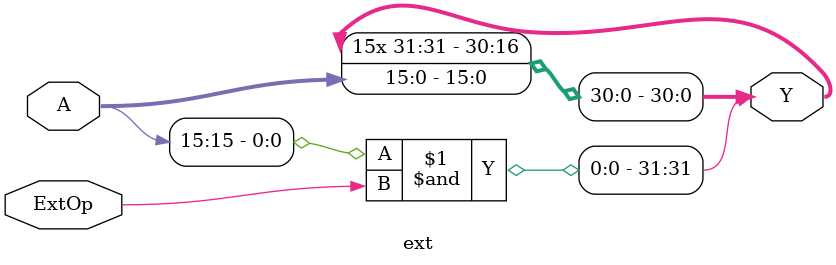
<source format=v>
`timescale 1ns / 1ps

module ext(
	input [15:0] A,
	input ExtOp,
	output [31:0] Y);

	assign Y = {{16{A[15] & ExtOp}}, A};
endmodule

</source>
